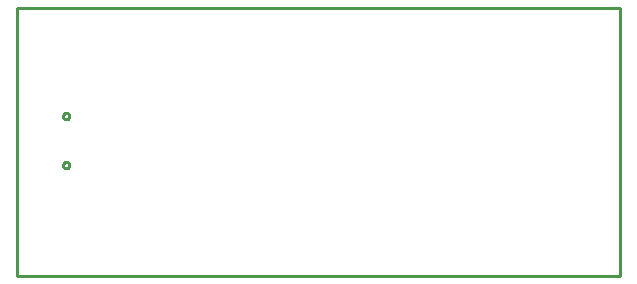
<source format=gbr>
G04 EAGLE Gerber RS-274X export*
G75*
%MOMM*%
%FSLAX34Y34*%
%LPD*%
%IN*%
%IPPOS*%
%AMOC8*
5,1,8,0,0,1.08239X$1,22.5*%
G01*
%ADD10C,0.254000*%


D10*
X-249238Y0D02*
X261938Y0D01*
X261938Y227013D01*
X-249238Y227013D01*
X-249238Y0D01*
X-207491Y132300D02*
X-207919Y132368D01*
X-208331Y132501D01*
X-208716Y132698D01*
X-209067Y132952D01*
X-209373Y133259D01*
X-209627Y133609D01*
X-209824Y133994D01*
X-209957Y134406D01*
X-210025Y134834D01*
X-210025Y135266D01*
X-209957Y135694D01*
X-209824Y136106D01*
X-209627Y136491D01*
X-209373Y136842D01*
X-209067Y137148D01*
X-208716Y137402D01*
X-208331Y137599D01*
X-207919Y137732D01*
X-207491Y137800D01*
X-207059Y137800D01*
X-206631Y137732D01*
X-206219Y137599D01*
X-205834Y137402D01*
X-205484Y137148D01*
X-205177Y136842D01*
X-204923Y136491D01*
X-204726Y136106D01*
X-204593Y135694D01*
X-204525Y135266D01*
X-204525Y134834D01*
X-204593Y134406D01*
X-204726Y133994D01*
X-204923Y133609D01*
X-205177Y133259D01*
X-205484Y132952D01*
X-205834Y132698D01*
X-206219Y132501D01*
X-206631Y132368D01*
X-207059Y132300D01*
X-207491Y132300D01*
X-207491Y90800D02*
X-207919Y90868D01*
X-208331Y91001D01*
X-208716Y91198D01*
X-209067Y91452D01*
X-209373Y91759D01*
X-209627Y92109D01*
X-209824Y92494D01*
X-209957Y92906D01*
X-210025Y93334D01*
X-210025Y93766D01*
X-209957Y94194D01*
X-209824Y94606D01*
X-209627Y94991D01*
X-209373Y95342D01*
X-209067Y95648D01*
X-208716Y95902D01*
X-208331Y96099D01*
X-207919Y96232D01*
X-207491Y96300D01*
X-207059Y96300D01*
X-206631Y96232D01*
X-206219Y96099D01*
X-205834Y95902D01*
X-205484Y95648D01*
X-205177Y95342D01*
X-204923Y94991D01*
X-204726Y94606D01*
X-204593Y94194D01*
X-204525Y93766D01*
X-204525Y93334D01*
X-204593Y92906D01*
X-204726Y92494D01*
X-204923Y92109D01*
X-205177Y91759D01*
X-205484Y91452D01*
X-205834Y91198D01*
X-206219Y91001D01*
X-206631Y90868D01*
X-207059Y90800D01*
X-207491Y90800D01*
M02*

</source>
